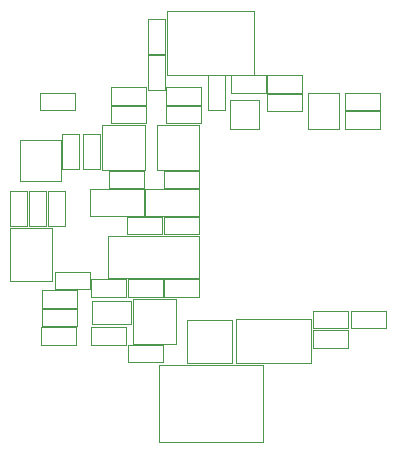
<source format=gbr>
%TF.GenerationSoftware,KiCad,Pcbnew,5.1.5+dfsg1-2~bpo10+1*%
%TF.CreationDate,Date%
%TF.ProjectId,osw-light,6f73772d-6c69-4676-9874-2e6b69636164,1.0*%
%TF.SameCoordinates,Original*%
%TF.FileFunction,Other,User*%
%FSLAX46Y46*%
G04 Gerber Fmt 4.6, Leading zero omitted, Abs format (unit mm)*
G04 Created by KiCad*
%MOMM*%
%LPD*%
G04 APERTURE LIST*
%ADD10C,0.050000*%
G04 APERTURE END LIST*
D10*
%TO.C,U5*%
X71818500Y-113982500D02*
X71818500Y-120459500D01*
X71818500Y-120459500D02*
X80581500Y-120465500D01*
X80581500Y-120459500D02*
X80581500Y-113982500D01*
X80581500Y-113982500D02*
X71818500Y-113982500D01*
%TO.C,J1*%
X62760000Y-106819700D02*
X62760000Y-102374700D01*
X62760000Y-102374700D02*
X59160000Y-102374700D01*
X59160000Y-102374700D02*
X59160000Y-106819700D01*
X59160000Y-106819700D02*
X62760000Y-106819700D01*
%TO.C,R18*%
X70834500Y-90697500D02*
X70834500Y-87737500D01*
X72294500Y-90697500D02*
X70834500Y-90697500D01*
X72294500Y-87737500D02*
X72294500Y-90697500D01*
X70834500Y-87737500D02*
X72294500Y-87737500D01*
%TO.C,C11*%
X72294500Y-84626000D02*
X72294500Y-87586000D01*
X70834500Y-84626000D02*
X72294500Y-84626000D01*
X70834500Y-87586000D02*
X70834500Y-84626000D01*
X72294500Y-87586000D02*
X70834500Y-87586000D01*
%TO.C,C22*%
X62389000Y-102191000D02*
X62389000Y-99231000D01*
X63849000Y-102191000D02*
X62389000Y-102191000D01*
X63849000Y-99231000D02*
X63849000Y-102191000D01*
X62389000Y-99231000D02*
X63849000Y-99231000D01*
%TO.C,U13*%
X66983200Y-97404000D02*
X66983200Y-93604000D01*
X66983200Y-93604000D02*
X70583200Y-93604000D01*
X70583200Y-93604000D02*
X70583200Y-97404000D01*
X70583200Y-97404000D02*
X66983200Y-97404000D01*
%TO.C,U12*%
X74173000Y-113750500D02*
X77973000Y-113750500D01*
X74173000Y-110150500D02*
X74173000Y-113750500D01*
X77973000Y-110150500D02*
X74173000Y-110150500D01*
X77973000Y-113750500D02*
X77973000Y-110150500D01*
%TO.C,U10*%
X71606000Y-97404000D02*
X71606000Y-93604000D01*
X71606000Y-93604000D02*
X75206000Y-93604000D01*
X75206000Y-93604000D02*
X75206000Y-97404000D01*
X75206000Y-97404000D02*
X71606000Y-97404000D01*
%TO.C,R22*%
X60623200Y-102191000D02*
X59163200Y-102191000D01*
X59163200Y-102191000D02*
X59163200Y-99231000D01*
X59163200Y-99231000D02*
X60623200Y-99231000D01*
X60623200Y-99231000D02*
X60623200Y-102191000D01*
%TO.C,R21*%
X60814200Y-99205500D02*
X62274200Y-99205500D01*
X62274200Y-99205500D02*
X62274200Y-102165500D01*
X62274200Y-102165500D02*
X60814200Y-102165500D01*
X60814200Y-102165500D02*
X60814200Y-99205500D01*
%TO.C,R20*%
X66820800Y-97390400D02*
X65360800Y-97390400D01*
X65360800Y-97390400D02*
X65360800Y-94430400D01*
X65360800Y-94430400D02*
X66820800Y-94430400D01*
X66820800Y-94430400D02*
X66820800Y-97390400D01*
%TO.C,C19*%
X67709500Y-91916000D02*
X67709500Y-90456000D01*
X67709500Y-90456000D02*
X70669500Y-90456000D01*
X70669500Y-90456000D02*
X70669500Y-91916000D01*
X70669500Y-91916000D02*
X67709500Y-91916000D01*
%TO.C,C18*%
X72408600Y-91916000D02*
X72408600Y-90456000D01*
X72408600Y-90456000D02*
X75368600Y-90456000D01*
X75368600Y-90456000D02*
X75368600Y-91916000D01*
X75368600Y-91916000D02*
X72408600Y-91916000D01*
%TO.C,C17*%
X67709500Y-93503500D02*
X67709500Y-92043500D01*
X67709500Y-92043500D02*
X70669500Y-92043500D01*
X70669500Y-92043500D02*
X70669500Y-93503500D01*
X70669500Y-93503500D02*
X67709500Y-93503500D01*
%TO.C,C16*%
X72408600Y-93503500D02*
X72408600Y-92043500D01*
X72408600Y-92043500D02*
X75368600Y-92043500D01*
X75368600Y-92043500D02*
X75368600Y-93503500D01*
X75368600Y-93503500D02*
X72408600Y-93503500D01*
%TO.C,C15*%
X67608000Y-98977200D02*
X67608000Y-97517200D01*
X67608000Y-97517200D02*
X70568000Y-97517200D01*
X70568000Y-97517200D02*
X70568000Y-98977200D01*
X70568000Y-98977200D02*
X67608000Y-98977200D01*
%TO.C,C14*%
X72230800Y-98977200D02*
X72230800Y-97517200D01*
X72230800Y-97517200D02*
X75190800Y-97517200D01*
X75190800Y-97517200D02*
X75190800Y-98977200D01*
X75190800Y-98977200D02*
X72230800Y-98977200D01*
%TO.C,C6*%
X65995200Y-101297600D02*
X65995200Y-99057600D01*
X65995200Y-99057600D02*
X70555200Y-99057600D01*
X70555200Y-99057600D02*
X70555200Y-101297600D01*
X70555200Y-101297600D02*
X65995200Y-101297600D01*
%TO.C,C5*%
X70640400Y-101297600D02*
X70640400Y-99057600D01*
X70640400Y-99057600D02*
X75200400Y-99057600D01*
X75200400Y-99057600D02*
X75200400Y-101297600D01*
X75200400Y-101297600D02*
X70640400Y-101297600D01*
%TO.C,U2*%
X80294800Y-94010800D02*
X77794800Y-94010800D01*
X77794800Y-94010800D02*
X77794800Y-91510800D01*
X77794800Y-91510800D02*
X80294800Y-91510800D01*
X80294800Y-91510800D02*
X80294800Y-94010800D01*
%TO.C,U9*%
X75173200Y-106550400D02*
X75173200Y-103050400D01*
X75173200Y-103050400D02*
X67473200Y-103050400D01*
X67473200Y-103050400D02*
X67473200Y-106550400D01*
X67473200Y-106550400D02*
X75173200Y-106550400D01*
%TO.C,R19*%
X75190800Y-102888800D02*
X72230800Y-102888800D01*
X75190800Y-101428800D02*
X75190800Y-102888800D01*
X72230800Y-101428800D02*
X75190800Y-101428800D01*
X72230800Y-102888800D02*
X72230800Y-101428800D01*
%TO.C,C13*%
X77387200Y-89401200D02*
X77387200Y-92361200D01*
X75927200Y-89401200D02*
X77387200Y-89401200D01*
X75927200Y-92361200D02*
X75927200Y-89401200D01*
X77387200Y-92361200D02*
X75927200Y-92361200D01*
%TO.C,C12*%
X80942900Y-91014800D02*
X83902900Y-91014800D01*
X80942900Y-92474800D02*
X80942900Y-91014800D01*
X83902900Y-92474800D02*
X80942900Y-92474800D01*
X83902900Y-91014800D02*
X83902900Y-92474800D01*
%TO.C,C9*%
X87789200Y-112490000D02*
X84829200Y-112490000D01*
X87789200Y-111030000D02*
X87789200Y-112490000D01*
X84829200Y-111030000D02*
X87789200Y-111030000D01*
X84829200Y-112490000D02*
X84829200Y-111030000D01*
%TO.C,C8*%
X87546900Y-92488000D02*
X90506900Y-92488000D01*
X87546900Y-93948000D02*
X87546900Y-92488000D01*
X90506900Y-93948000D02*
X87546900Y-93948000D01*
X90506900Y-92488000D02*
X90506900Y-93948000D01*
%TO.C,R17*%
X61867600Y-109201200D02*
X64827600Y-109201200D01*
X61867600Y-110661200D02*
X61867600Y-109201200D01*
X64827600Y-110661200D02*
X61867600Y-110661200D01*
X64827600Y-109201200D02*
X64827600Y-110661200D01*
%TO.C,R16*%
X64827600Y-109086400D02*
X61867600Y-109086400D01*
X64827600Y-107626400D02*
X64827600Y-109086400D01*
X61867600Y-107626400D02*
X64827600Y-107626400D01*
X61867600Y-109086400D02*
X61867600Y-107626400D01*
%TO.C,R7*%
X77894900Y-90900000D02*
X77894900Y-89440000D01*
X77894900Y-89440000D02*
X80854900Y-89440000D01*
X80854900Y-89440000D02*
X80854900Y-90900000D01*
X80854900Y-90900000D02*
X77894900Y-90900000D01*
%TO.C,R6*%
X83928400Y-89440000D02*
X83928400Y-90900000D01*
X83928400Y-90900000D02*
X80968400Y-90900000D01*
X80968400Y-90900000D02*
X80968400Y-89440000D01*
X80968400Y-89440000D02*
X83928400Y-89440000D01*
%TO.C,U3*%
X84450400Y-94006000D02*
X84450400Y-90906000D01*
X84450400Y-90906000D02*
X87050400Y-90906000D01*
X87050400Y-90906000D02*
X87050400Y-94006000D01*
X87050400Y-94006000D02*
X84450400Y-94006000D01*
%TO.C,U1*%
X72436500Y-83964800D02*
X72436500Y-89364800D01*
X72436500Y-89364800D02*
X79836500Y-89364800D01*
X79836500Y-89364800D02*
X79836500Y-83964800D01*
X79836500Y-83964800D02*
X72436500Y-83964800D01*
%TO.C,U6*%
X78333200Y-110062400D02*
X78333200Y-113762400D01*
X84633200Y-110062400D02*
X84633200Y-113762400D01*
X78333200Y-110062400D02*
X84633200Y-110062400D01*
X78333200Y-113762400D02*
X84633200Y-113762400D01*
%TO.C,U11*%
X73224800Y-108336000D02*
X73224800Y-112136000D01*
X73224800Y-112136000D02*
X69624800Y-112136000D01*
X69624800Y-112136000D02*
X69624800Y-108336000D01*
X69624800Y-108336000D02*
X73224800Y-108336000D01*
%TO.C,R11*%
X87546900Y-92373200D02*
X87546900Y-90913200D01*
X87546900Y-90913200D02*
X90506900Y-90913200D01*
X90506900Y-90913200D02*
X90506900Y-92373200D01*
X90506900Y-92373200D02*
X87546900Y-92373200D01*
%TO.C,R10*%
X64726000Y-90913200D02*
X64726000Y-92373200D01*
X64726000Y-92373200D02*
X61766000Y-92373200D01*
X61766000Y-92373200D02*
X61766000Y-90913200D01*
X61766000Y-90913200D02*
X64726000Y-90913200D01*
%TO.C,R14*%
X72092000Y-101428800D02*
X72092000Y-102888800D01*
X72092000Y-102888800D02*
X69132000Y-102888800D01*
X69132000Y-102888800D02*
X69132000Y-101428800D01*
X69132000Y-101428800D02*
X72092000Y-101428800D01*
%TO.C,R4*%
X84829200Y-110839000D02*
X84829200Y-109379000D01*
X84829200Y-109379000D02*
X87789200Y-109379000D01*
X87789200Y-109379000D02*
X87789200Y-110839000D01*
X87789200Y-110839000D02*
X84829200Y-110839000D01*
%TO.C,R15*%
X69005900Y-106712000D02*
X69005900Y-108172000D01*
X69005900Y-108172000D02*
X66045900Y-108172000D01*
X66045900Y-108172000D02*
X66045900Y-106712000D01*
X66045900Y-106712000D02*
X69005900Y-106712000D01*
%TO.C,R13*%
X66084000Y-112236000D02*
X66084000Y-110776000D01*
X66084000Y-110776000D02*
X69044000Y-110776000D01*
X69044000Y-110776000D02*
X69044000Y-112236000D01*
X69044000Y-112236000D02*
X66084000Y-112236000D01*
%TO.C,R1*%
X63582800Y-94430400D02*
X65042800Y-94430400D01*
X65042800Y-94430400D02*
X65042800Y-97390400D01*
X65042800Y-97390400D02*
X63582800Y-97390400D01*
X63582800Y-97390400D02*
X63582800Y-94430400D01*
%TO.C,Q1*%
X60072800Y-94871600D02*
X63472800Y-94871600D01*
X63472800Y-94871600D02*
X63472800Y-98371600D01*
X63472800Y-98371600D02*
X60072800Y-98371600D01*
X60072800Y-98371600D02*
X60072800Y-94871600D01*
%TO.C,D1*%
X66087200Y-110474800D02*
X66087200Y-108574800D01*
X66087200Y-108574800D02*
X69447200Y-108574800D01*
X69447200Y-108574800D02*
X69447200Y-110474800D01*
X69447200Y-110474800D02*
X66087200Y-110474800D01*
%TO.C,C4*%
X65945200Y-106051600D02*
X65945200Y-107511600D01*
X65945200Y-107511600D02*
X62985200Y-107511600D01*
X62985200Y-107511600D02*
X62985200Y-106051600D01*
X62985200Y-106051600D02*
X65945200Y-106051600D01*
%TO.C,C3*%
X72243400Y-108172000D02*
X72243400Y-106712000D01*
X72243400Y-106712000D02*
X75203400Y-106712000D01*
X75203400Y-106712000D02*
X75203400Y-108172000D01*
X75203400Y-108172000D02*
X72243400Y-108172000D01*
%TO.C,C2*%
X69157400Y-108172000D02*
X69157400Y-106712000D01*
X69157400Y-106712000D02*
X72117400Y-106712000D01*
X72117400Y-106712000D02*
X72117400Y-108172000D01*
X72117400Y-108172000D02*
X69157400Y-108172000D01*
%TO.C,C1*%
X69157300Y-113709200D02*
X69157300Y-112249200D01*
X69157300Y-112249200D02*
X72117300Y-112249200D01*
X72117300Y-112249200D02*
X72117300Y-113709200D01*
X72117300Y-113709200D02*
X69157300Y-113709200D01*
%TO.C,R9*%
X64802100Y-110776000D02*
X64802100Y-112236000D01*
X64802100Y-112236000D02*
X61842100Y-112236000D01*
X61842100Y-112236000D02*
X61842100Y-110776000D01*
X61842100Y-110776000D02*
X64802100Y-110776000D01*
%TO.C,R8*%
X90989600Y-109353600D02*
X90989600Y-110813600D01*
X90989600Y-110813600D02*
X88029600Y-110813600D01*
X88029600Y-110813600D02*
X88029600Y-109353600D01*
X88029600Y-109353600D02*
X90989600Y-109353600D01*
%TD*%
M02*

</source>
